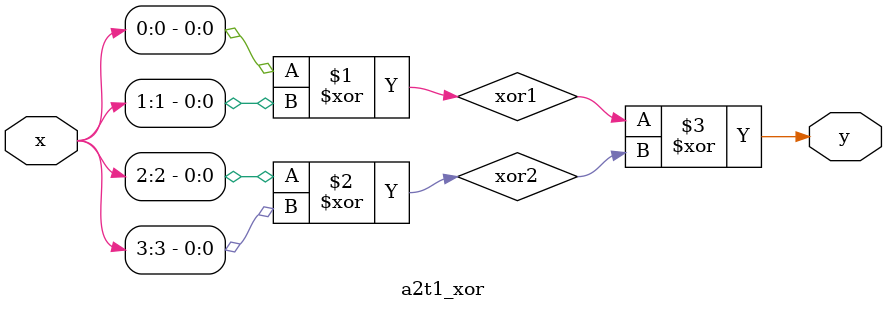
<source format=v>
`timescale 1ns / 1ps

module a2t1_xor(x, y);
	input[3: 0] x;
	output y;
	wire xor1, xor2;

	xor(xor1, x[0], x[1]);
	xor(xor2, x[2], x[3]);
	xor(y, xor1, xor2);
endmodule
</source>
